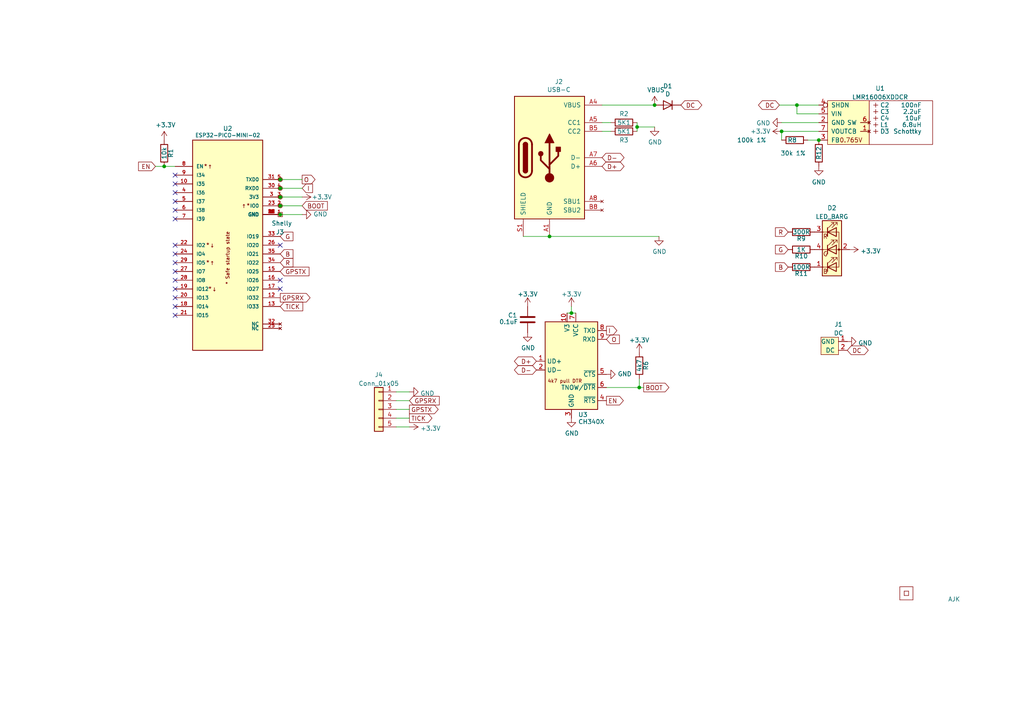
<source format=kicad_sch>
(kicad_sch (version 20230121) (generator eeschema)
  (paper "A4")
  (title_block (title "Generic") (rev "1") (company "Adrian Kennard Andrews & Arnold Ltd") (comment 1 "@TheRealRevK") (comment 2 "www.me.uk"))
  (lib_symbols
    (symbol "+3.3V_1" (power) (pin_names (offset 0))
      (property "Value" "+3.3V_1" (at 0 3.556 0))
      (symbol "+3.3V_1_0_1"
        (polyline (pts (xy -0.762 1.27) (xy 0 2.54)))
        (polyline (pts (xy 0 0) (xy 0 2.54)))
        (polyline (pts (xy 0 2.54) (xy 0.762 1.27)))
      )
      (symbol "+3.3V_1_1_1"
        (pin power_in line (at 0 0 90) (length 0) hide (name "+3.3V") (number "1"))
      )
    )
    (symbol "+3.3V_2" (power) (pin_names (offset 0))
      (property "Value" "+3.3V_2" (at 0 3.556 0))
      (symbol "+3.3V_2_0_1"
        (polyline (pts (xy -0.762 1.27) (xy 0 2.54)))
        (polyline (pts (xy 0 0) (xy 0 2.54)))
        (polyline (pts (xy 0 2.54) (xy 0.762 1.27)))
      )
      (symbol "+3.3V_2_1_1"
        (pin power_in line (at 0 0 90) (length 0) hide (name "+3.3V") (number "1"))
      )
    )
    (symbol "+3.3V_3" (power) (pin_names (offset 0))
      (property "Value" "+3.3V_3" (at 0 3.556 0))
      (symbol "+3.3V_3_0_1"
        (polyline (pts (xy -0.762 1.27) (xy 0 2.54)))
        (polyline (pts (xy 0 0) (xy 0 2.54)))
        (polyline (pts (xy 0 2.54) (xy 0.762 1.27)))
      )
      (symbol "+3.3V_3_1_1"
        (pin power_in line (at 0 0 90) (length 0) hide (name "+3.3V") (number "1"))
      )
    )
    (symbol "+3.3V_4" (power) (pin_names (offset 0))
      (property "Value" "+3.3V_4" (at 0 3.556 0))
      (symbol "+3.3V_4_0_1"
        (polyline (pts (xy -0.762 1.27) (xy 0 2.54)))
        (polyline (pts (xy 0 0) (xy 0 2.54)))
        (polyline (pts (xy 0 2.54) (xy 0.762 1.27)))
      )
      (symbol "+3.3V_4_1_1"
        (pin power_in line (at 0 0 90) (length 0) hide (name "+3.3V") (number "1"))
      )
    )
    (symbol "Connector_Generic:Conn_01x05" (pin_names (offset 1.016) hide)
      (property "Reference" "J" (at 0 7.62 0))
      (property "Value" "Conn_01x05" (at 0 -7.62 0))
      (symbol "Conn_01x05_1_1"
        (rectangle (start -1.27 -4.953) (end 0 -5.207) (stroke (width 0.1524)))
        (rectangle (start -1.27 -2.413) (end 0 -2.667) (stroke (width 0.1524)))
        (rectangle (start -1.27 0.127) (end 0 -0.127) (stroke (width 0.1524)))
        (rectangle (start -1.27 2.667) (end 0 2.413) (stroke (width 0.1524)))
        (rectangle (start -1.27 5.207) (end 0 4.953) (stroke (width 0.1524)))
        (rectangle (start -1.27 6.35) (end 1.27 -6.35) (stroke (width 0.254)) (fill (type background)))
        (pin passive line (at -5.08 5.08 0) (length 3.81) (name "Pin_1") (number "1"))
        (pin passive line (at -5.08 2.54 0) (length 3.81) (name "Pin_2") (number "2"))
        (pin passive line (at -5.08 0 0) (length 3.81) (name "Pin_3") (number "3"))
        (pin passive line (at -5.08 -2.54 0) (length 3.81) (name "Pin_4") (number "4"))
        (pin passive line (at -5.08 -5.08 0) (length 3.81) (name "Pin_5") (number "5"))
      )
    )
    (symbol "Device:C" (pin_numbers hide) (pin_names (offset 0.254))
      (property "Reference" "C" (at 0.635 2.54 0))
      (property "Value" "C" (at 0.635 -2.54 0))
      (symbol "C_0_1"
        (polyline (pts (xy -2.032 -0.762) (xy 2.032 -0.762)) (stroke (width 0.508)))
        (polyline (pts (xy -2.032 0.762) (xy 2.032 0.762)) (stroke (width 0.508)))
      )
      (symbol "C_1_1"
        (pin passive line (at 0 3.81 270) (length 2.794) (name "~") (number "1"))
        (pin passive line (at 0 -3.81 90) (length 2.794) (name "~") (number "2"))
      )
    )
    (symbol "Device:D" (pin_numbers hide) (pin_names (offset 1.016) hide)
      (property "Reference" "D" (at 0 2.54 0))
      (property "Value" "D" (at 0 -2.54 0))
      (symbol "D_0_1"
        (polyline (pts (xy -1.27 1.27) (xy -1.27 -1.27)) (stroke (width 0.254)))
        (polyline (pts (xy 1.27 0) (xy -1.27 0)))
        (polyline (pts (xy 1.27 1.27) (xy 1.27 -1.27) (xy -1.27 0) (xy 1.27 1.27)) (stroke (width 0.254)))
      )
      (symbol "D_1_1"
        (pin passive line (at -3.81 0 0) (length 2.54) (name "K") (number "1"))
        (pin passive line (at 3.81 0 180) (length 2.54) (name "A") (number "2"))
      )
    )
    (symbol "Device:LED_BARG" (pin_names (offset 0) hide)
      (property "Reference" "D" (at 0 9.398 0))
      (property "Value" "LED_BARG" (at 0 -8.89 0))
      (symbol "LED_BARG_0_0"
        (text "B" (at -1.905 -6.35 0) (effects (font (size 1.27 1.27))))
        (text "G" (at -1.905 -1.27 0) (effects (font (size 1.27 1.27))))
        (text "R" (at -1.905 3.81 0) (effects (font (size 1.27 1.27))))
      )
      (symbol "LED_BARG_0_1"
        (polyline (pts (xy -1.27 -5.08) (xy -2.54 -5.08)))
        (polyline (pts (xy -1.27 -5.08) (xy 1.27 -5.08)))
        (polyline (pts (xy -1.27 -3.81) (xy -1.27 -6.35)) (stroke (width 0.254)))
        (polyline (pts (xy -1.27 0) (xy -2.54 0)))
        (polyline (pts (xy -1.27 1.27) (xy -1.27 -1.27)) (stroke (width 0.254)))
        (polyline (pts (xy -1.27 5.08) (xy -2.54 5.08)))
        (polyline (pts (xy -1.27 5.08) (xy 1.27 5.08)))
        (polyline (pts (xy -1.27 6.35) (xy -1.27 3.81)) (stroke (width 0.254)))
        (polyline (pts (xy 1.27 0) (xy -1.27 0)))
        (polyline (pts (xy 1.27 0) (xy 2.54 0)))
        (polyline (pts (xy -1.27 1.27) (xy -1.27 -1.27) (xy -1.27 -1.27)))
        (polyline (pts (xy -1.27 6.35) (xy -1.27 3.81) (xy -1.27 3.81)))
        (polyline (pts (xy 1.27 -5.08) (xy 2.032 -5.08) (xy 2.032 5.08) (xy 1.27 5.08)))
        (polyline (pts (xy 1.27 -3.81) (xy 1.27 -6.35) (xy -1.27 -5.08) (xy 1.27 -3.81)) (stroke (width 0.254)))
        (polyline (pts (xy 1.27 1.27) (xy 1.27 -1.27) (xy -1.27 0) (xy 1.27 1.27)) (stroke (width 0.254)))
        (polyline (pts (xy 1.27 6.35) (xy 1.27 3.81) (xy -1.27 5.08) (xy 1.27 6.35)) (stroke (width 0.254)))
        (polyline (pts (xy -1.016 -3.81) (xy 0.508 -2.286) (xy -0.254 -2.286) (xy 0.508 -2.286) (xy 0.508 -3.048)))
        (polyline (pts (xy -1.016 1.27) (xy 0.508 2.794) (xy -0.254 2.794) (xy 0.508 2.794) (xy 0.508 2.032)))
        (polyline (pts (xy -1.016 6.35) (xy 0.508 7.874) (xy -0.254 7.874) (xy 0.508 7.874) (xy 0.508 7.112)))
        (polyline (pts (xy 0 -3.81) (xy 1.524 -2.286) (xy 0.762 -2.286) (xy 1.524 -2.286) (xy 1.524 -3.048)))
        (polyline (pts (xy 0 1.27) (xy 1.524 2.794) (xy 0.762 2.794) (xy 1.524 2.794) (xy 1.524 2.032)))
        (polyline (pts (xy 0 6.35) (xy 1.524 7.874) (xy 0.762 7.874) (xy 1.524 7.874) (xy 1.524 7.112)))
        (rectangle (start 1.27 -1.27) (end 1.27 1.27))
        (rectangle (start 1.27 1.27) (end 1.27 1.27))
        (rectangle (start 1.27 3.81) (end 1.27 6.35))
        (rectangle (start 1.27 6.35) (end 1.27 6.35))
        (circle (center 2.032 0) (radius 0.254) (fill (type outline)))
        (rectangle (start 2.794 8.382) (end -2.794 -7.62) (stroke (width 0.254)) (fill (type background)))
      )
      (symbol "LED_BARG_1_1"
        (pin passive line (at -5.08 -5.08 0) (length 2.54) (name "BK") (number "1"))
        (pin passive line (at 5.08 0 180) (length 2.54) (name "A") (number "2"))
        (pin passive line (at -5.08 5.08 0) (length 2.54) (name "RK") (number "3"))
        (pin passive line (at -5.08 0 0) (length 2.54) (name "GK") (number "4"))
      )
    )
    (symbol "Device:R" (pin_numbers hide) (pin_names (offset 0))
      (property "Reference" "R" (at 2.032 0 90))
      (property "Value" "R" (at 0 0 90))
      (symbol "R_0_1"
        (rectangle (start -1.016 -2.54) (end 1.016 2.54) (stroke (width 0.254)))
      )
      (symbol "R_1_1"
        (pin passive line (at 0 3.81 270) (length 1.27) (name "~") (number "1"))
        (pin passive line (at 0 -3.81 90) (length 1.27) (name "~") (number "2"))
      )
    )
    (symbol "GND_11" (power) (pin_names (offset 0))
      (property "Value" "GND_11" (at 0 -3.81 0))
      (symbol "GND_11_0_1"
        (polyline (pts (xy 0 0) (xy 0 -1.27) (xy 1.27 -1.27) (xy 0 -2.54) (xy -1.27 -1.27) (xy 0 -1.27)))
      )
      (symbol "GND_11_1_1"
        (pin power_in line (at 0 0 270) (length 0) hide (name "GND") (number "1"))
      )
    )
    (symbol "GND_13" (power) (pin_names (offset 0))
      (property "Value" "GND_13" (at 0 -3.81 0))
      (symbol "GND_13_0_1"
        (polyline (pts (xy 0 0) (xy 0 -1.27) (xy 1.27 -1.27) (xy 0 -2.54) (xy -1.27 -1.27) (xy 0 -1.27)))
      )
      (symbol "GND_13_1_1"
        (pin power_in line (at 0 0 270) (length 0) hide (name "GND") (number "1"))
      )
    )
    (symbol "GND_4" (power) (pin_names (offset 0))
      (property "Value" "GND_4" (at 0 -3.81 0))
      (symbol "GND_4_0_1"
        (polyline (pts (xy 0 0) (xy 0 -1.27) (xy 1.27 -1.27) (xy 0 -2.54) (xy -1.27 -1.27) (xy 0 -1.27)))
      )
      (symbol "GND_4_1_1"
        (pin power_in line (at 0 0 270) (length 0) hide (name "GND") (number "1"))
      )
    )
    (symbol "GND_5" (power) (pin_names (offset 0))
      (property "Value" "GND_5" (at 0 -3.81 0))
      (symbol "GND_5_0_1"
        (polyline (pts (xy 0 0) (xy 0 -1.27) (xy 1.27 -1.27) (xy 0 -2.54) (xy -1.27 -1.27) (xy 0 -1.27)))
      )
      (symbol "GND_5_1_1"
        (pin power_in line (at 0 0 270) (length 0) hide (name "GND") (number "1"))
      )
    )
    (symbol "GND_6" (power) (pin_names (offset 0))
      (property "Value" "GND_6" (at 0 -3.81 0))
      (symbol "GND_6_0_1"
        (polyline (pts (xy 0 0) (xy 0 -1.27) (xy 1.27 -1.27) (xy 0 -2.54) (xy -1.27 -1.27) (xy 0 -1.27)))
      )
      (symbol "GND_6_1_1"
        (pin power_in line (at 0 0 270) (length 0) hide (name "GND") (number "1"))
      )
    )
    (symbol "GND_7" (power) (pin_names (offset 0))
      (property "Value" "GND_7" (at 0 -3.81 0))
      (symbol "GND_7_0_1"
        (polyline (pts (xy 0 0) (xy 0 -1.27) (xy 1.27 -1.27) (xy 0 -2.54) (xy -1.27 -1.27) (xy 0 -1.27)))
      )
      (symbol "GND_7_1_1"
        (pin power_in line (at 0 0 270) (length 0) hide (name "GND") (number "1"))
      )
    )
    (symbol "GND_8" (power) (pin_names (offset 0))
      (property "Value" "GND_8" (at 0 -3.81 0))
      (symbol "GND_8_0_1"
        (polyline (pts (xy 0 0) (xy 0 -1.27) (xy 1.27 -1.27) (xy 0 -2.54) (xy -1.27 -1.27) (xy 0 -1.27)))
      )
      (symbol "GND_8_1_1"
        (pin power_in line (at 0 0 270) (length 0) hide (name "GND") (number "1"))
      )
    )
    (symbol "GND_9" (power) (pin_names (offset 0))
      (property "Value" "GND_9" (at 0 -3.81 0))
      (symbol "GND_9_0_1"
        (polyline (pts (xy 0 0) (xy 0 -1.27) (xy 1.27 -1.27) (xy 0 -2.54) (xy -1.27 -1.27) (xy 0 -1.27)))
      )
      (symbol "GND_9_1_1"
        (pin power_in line (at 0 0 270) (length 0) hide (name "GND") (number "1"))
      )
    )
    (symbol "RevK:AJK" (pin_names (offset 1.016)) (in_bom no)
      (property "Value" "AJK" (at 0 0 0))
    )
    (symbol "RevK:CH340X"
      (property "Reference" "U" (at -5.08 13.97 0))
      (property "Value" "CH340X" (at -3.81 4.445 0))
      (symbol "CH340X_0_1"
        (rectangle (start -7.62 12.7) (end 7.62 -12.7) (stroke (width 0.254)) (fill (type background)))
      )
      (symbol "CH340X_1_1"
        (text "4k7 pull DTR" (at -1.905 -4.445 0) (effects (font (size 1 1))))
        (pin bidirectional line (at -10.16 1.27 0) (length 2.54) (name "UD+") (number "1"))
        (pin passive line (at -1.27 15.24 270) (length 2.54) (name "V3") (number "10"))
        (pin bidirectional line (at -10.16 -1.27 0) (length 2.54) (name "UD-") (number "2"))
        (pin power_in line (at 0 -15.24 90) (length 2.54) (name "GND") (number "3"))
        (pin output line (at 10.16 -10.16 180) (length 2.54) (name "~{RTS}") (number "4"))
        (pin input line (at 10.16 -2.54 180) (length 2.54) (name "~{CTS}") (number "5"))
        (pin output line (at 10.16 -6.35 180) (length 2.54) (name "TNOW/~{DTR}") (number "6"))
        (pin power_in line (at 1.27 15.24 270) (length 2.54) (name "VCC") (number "7"))
        (pin output line (at 10.16 10.16 180) (length 2.54) (name "TXD") (number "8"))
        (pin input line (at 10.16 7.62 180) (length 2.54) (name "RXD") (number "9"))
      )
    )
    (symbol "RevK:DC" (pin_names (offset 1.016))
      (property "Reference" "J" (at 0 2.54 0))
      (property "Value" "DC" (at 2.54 -1.27 0))
      (symbol "DC_0_1"
        (rectangle (start 0 1.27) (end 5.08 -3.81) (fill (type background)))
      )
      (symbol "DC_1_1"
        (pin power_out line (at -2.54 0 0) (length 2.54) (name "GND") (number "1"))
        (pin power_out line (at -2.54 -2.54 0) (length 2.54) (name "DC") (number "2"))
      )
    )
    (symbol "RevK:ESP32-PICO-MINI-02" (pin_names (offset 1.016))
      (property "Reference" "U" (at -10.16 -33.02 0))
      (property "Value" "ESP32-PICO-MINI-02" (at 0 27.94 0))
      (property "LCSC Part #" "C2980306" (at 0 0 0))
      (symbol "ESP32-PICO-MINI-02_0_0"
        (rectangle (start -10.16 -30.48) (end 10.16 30.48) (stroke (width 0.254)) (fill (type background)))
        (text "* Safe startup state" (at 0 -11.43 900) (effects (font (size 1 1)) (justify left)))
        (text "*↑" (at -6.985 22.86 0) (effects (font (size 1.27 1.27)) (justify left)))
        (text "*↑" (at -6.35 -5.08 0) (effects (font (size 1.27 1.27)) (justify left)))
        (text "*↓" (at -6.35 0 0) (effects (font (size 1.27 1.27)) (justify left)))
        (text "*↓" (at -5.715 -12.7 0) (effects (font (size 1.27 1.27)) (justify left)))
        (text "↑*" (at 3.81 11.43 0) (effects (font (size 1.27 1.27)) (justify left)))
        (pin power_in line (at 15.24 8.89 180) (length 5.08) (name "GND") (number "1"))
        (pin input line (at -15.24 17.78 0) (length 5.08) (name "I35") (number "10"))
        (pin power_in line (at 15.24 8.89 180) (length 5.08) (name "GND") (number "11"))
        (pin bidirectional line (at 15.24 -15.24 180) (length 5.08) (name "IO32") (number "12"))
        (pin bidirectional line (at 15.24 -17.78 180) (length 5.08) (name "IO33") (number "13"))
        (pin power_in line (at 15.24 8.89 180) (length 5.08) (name "GND") (number "14"))
        (pin bidirectional line (at 15.24 -7.62 180) (length 5.08) (name "IO25") (number "15"))
        (pin bidirectional line (at 15.24 -10.16 180) (length 5.08) (name "IO26") (number "16"))
        (pin bidirectional line (at 15.24 -12.7 180) (length 5.08) (name "IO27") (number "17"))
        (pin bidirectional line (at -15.24 -17.78 0) (length 5.08) (name "IO14") (number "18"))
        (pin bidirectional line (at -15.24 -12.7 0) (length 5.08) (name "IO12") (number "19"))
        (pin power_in line (at 15.24 8.89 180) (length 5.08) (name "GND") (number "2"))
        (pin bidirectional line (at -15.24 -15.24 0) (length 5.08) (name "IO13") (number "20"))
        (pin bidirectional line (at -15.24 -20.32 0) (length 5.08) (name "IO15") (number "21"))
        (pin bidirectional line (at -15.24 0 0) (length 5.08) (name "IO2") (number "22"))
        (pin bidirectional line (at 15.24 11.43 180) (length 5.08) (name "IO0") (number "23"))
        (pin bidirectional line (at -15.24 -2.54 0) (length 5.08) (name "IO4") (number "24"))
        (pin no_connect line (at 15.24 -24.13 180) (length 5.08) (name "NC") (number "25"))
        (pin bidirectional line (at 15.24 0 180) (length 5.08) (name "IO20") (number "26"))
        (pin bidirectional line (at -15.24 -7.62 0) (length 5.08) (name "IO7") (number "27"))
        (pin bidirectional line (at -15.24 -10.16 0) (length 5.08) (name "IO8") (number "28"))
        (pin bidirectional line (at -15.24 -5.08 0) (length 5.08) (name "IO5") (number "29"))
        (pin power_in line (at 15.24 13.97 180) (length 5.08) (name "3V3") (number "3"))
        (pin bidirectional line (at 15.24 16.51 180) (length 5.08) (name "RXD0") (number "30"))
        (pin bidirectional line (at 15.24 19.05 180) (length 5.08) (name "TXD0") (number "31"))
        (pin no_connect line (at 15.24 -22.86 180) (length 5.08) (name "NC") (number "32"))
        (pin bidirectional line (at 15.24 2.54 180) (length 5.08) (name "IO19") (number "33"))
        (pin bidirectional line (at 15.24 -5.08 180) (length 5.08) (name "IO22") (number "34"))
        (pin bidirectional line (at 15.24 -2.54 180) (length 5.08) (name "IO21") (number "35"))
        (pin power_in line (at 15.24 8.89 180) (length 5.08) (name "GND") (number "36"))
        (pin power_in line (at 15.24 8.89 180) (length 5.08) (name "GND") (number "37"))
        (pin power_in line (at 15.24 8.89 180) (length 5.08) (name "GND") (number "38"))
        (pin power_in line (at 15.24 8.89 180) (length 5.08) (name "GND") (number "39"))
        (pin input line (at -15.24 15.24 0) (length 5.08) (name "I36") (number "4"))
        (pin power_in line (at 15.24 8.89 180) (length 5.08) (name "GND") (number "40"))
        (pin power_in line (at 15.24 8.89 180) (length 5.08) (name "GND") (number "41"))
        (pin power_in line (at 15.24 8.89 180) (length 5.08) (name "GND") (number "42"))
        (pin power_in line (at 15.24 8.89 180) (length 5.08) (name "GND") (number "43"))
        (pin power_in line (at 15.24 8.89 180) (length 5.08) (name "GND") (number "44"))
        (pin power_in line (at 15.24 8.89 180) (length 5.08) (name "GND") (number "45"))
        (pin power_in line (at 15.24 8.89 180) (length 5.08) (name "GND") (number "46"))
        (pin power_in line (at 15.24 8.89 180) (length 5.08) (name "GND") (number "47"))
        (pin power_in line (at 15.24 8.89 180) (length 5.08) (name "GND") (number "48"))
        (pin power_in line (at 15.24 8.89 180) (length 5.08) (name "GND") (number "49"))
        (pin input line (at -15.24 12.7 0) (length 5.08) (name "I37") (number "5"))
        (pin power_in line (at 15.24 8.89 180) (length 5.08) (name "GND") (number "50"))
        (pin power_in line (at 15.24 8.89 180) (length 5.08) (name "GND") (number "51"))
        (pin power_in line (at 15.24 8.89 180) (length 5.08) (name "GND") (number "52"))
        (pin power_in line (at 15.24 8.89 180) (length 5.08) (name "GND") (number "53"))
        (pin input line (at -15.24 10.16 0) (length 5.08) (name "I38") (number "6"))
        (pin input line (at -15.24 7.62 0) (length 5.08) (name "I39") (number "7"))
        (pin input line (at -15.24 22.86 0) (length 5.08) (name "EN") (number "8"))
        (pin input line (at -15.24 20.32 0) (length 5.08) (name "I34") (number "9"))
      )
    )
    (symbol "RevK:Hidden" (pin_names (offset 1.016))
      (property "Reference" "Z" (at 0.635 0 0))
      (property "Value" "Hidden" (at 4.445 0 0))
      (symbol "Hidden_0_1"
        (polyline (pts (xy -0.635 0) (xy 0.635 0)) (stroke (width 0.1524)))
        (polyline (pts (xy 0 0.635) (xy 0 -0.635)) (stroke (width 0.1524)))
      )
      (symbol "Hidden_1_1"
        (pin no_connect non_logic (at 0 -2.54 90) (length 2.54) hide (name "~") (number "~"))
      )
    )
    (symbol "RevK:LMR16006XDDCR" (pin_names (offset 1.016))
      (property "Reference" "U" (at 11.43 2.54 0))
      (property "Value" "LMR16006XDDCR" (at 7.62 -12.7 0))
      (symbol "LMR16006XDDCR_0_0"
        (rectangle (start 2.54 1.27) (end 14.605 -11.43) (fill (type background)))
        (text "0.765V" (at 12.7 -10.16 0) (effects (font (size 1.27 1.27)) (justify right)))
      )
      (symbol "LMR16006XDDCR_0_1"
        (rectangle (start 14.605 1.27) (end 33.02 -11.43))
      )
      (symbol "LMR16006XDDCR_1_1"
        (pin no_connect line (at 14.605 -7.62 180) (length 2.54) (name "CB") (number "1"))
        (pin power_in line (at 0 -5.08 0) (length 2.54) (name "GND") (number "2"))
        (pin passive line (at 0 -10.16 0) (length 2.54) (name "FB") (number "3"))
        (pin input inverted (at 0 0 0) (length 2.54) (name "SHDN") (number "4"))
        (pin power_in line (at 0 -2.54 0) (length 2.54) (name "VIN") (number "5"))
        (pin no_connect line (at 14.605 -5.08 180) (length 2.54) (name "SW") (number "6"))
        (pin power_out line (at 0 -7.62 0) (length 2.54) (name "VOUT") (number "7"))
      )
    )
    (symbol "RevK:QR" (pin_names (offset 1.016)) (in_bom no)
      (symbol "QR_0_1"
        (rectangle (start -1.905 -1.905) (end -1.905 1.905))
        (rectangle (start -1.905 1.905) (end 1.905 1.905))
        (rectangle (start -0.635 -0.635) (end -0.635 0.635))
        (rectangle (start -0.635 0.635) (end 0.635 0.635))
        (rectangle (start 0.635 -0.635) (end -0.635 -0.635))
        (rectangle (start 0.635 0.635) (end 0.635 -0.635))
        (rectangle (start 1.905 -1.905) (end -1.905 -1.905))
        (rectangle (start 1.905 1.905) (end 1.905 -1.905))
      )
    )
    (symbol "RevK:Shelly" (in_bom no)
      (property "Reference" "J" (at 2.54 -8.255 0))
      (property "Value" "Shelly" (at 2.54 9.525 0))
      (symbol "Shelly_0_1"
        (circle (center 0 -2.54) (radius 0.635) (stroke (width 0.1524)))
        (circle (center 0 0) (radius 0.635) (stroke (width 0.1524)))
        (circle (center 0 2.54) (radius 0.635) (stroke (width 0.1524)))
        (circle (center 0 5.08) (radius 0.635) (stroke (width 0.1524)))
        (rectangle (start 0.635 -5.715) (end -0.635 -4.445) (stroke (width 0.1524)))
      )
      (symbol "Shelly_1_1"
        (pin passive line (at 0 -5.08 0) (length 0.64) (name "GND") (number "1"))
        (pin passive line (at 0 -2.54 0) (length 0.64) (name "0") (number "2"))
        (pin passive line (at 0 0 0) (length 0.64) (name "3V3") (number "3"))
        (pin passive line (at 0 2.54 0) (length 0.64) (name "Rx") (number "4"))
        (pin passive line (at 0 5.08 0) (length 0.64) (name "Tx") (number "5"))
      )
    )
    (symbol "RevK:USB-C" (pin_names (offset 1.016))
      (property "Reference" "J" (at -10.16 19.05 0))
      (property "Value" "USB-C" (at -7.62 15.24 0))
      (symbol "USB-C_0_1"
        (rectangle (start -10.16 17.78) (end 10.16 -17.78) (stroke (width 0.254)) (fill (type background)))
        (arc (start -8.89 -3.81) (mid -6.985 -5.7067) (end -5.08 -3.81) (stroke (width 0.508)))
        (arc (start -7.62 -3.81) (mid -6.985 -4.4423) (end -6.35 -3.81) (stroke (width 0.254)))
        (arc (start -7.62 -3.81) (mid -6.985 -4.4423) (end -6.35 -3.81) (stroke (width 0.254)) (fill (type outline)))
        (rectangle (start -7.62 -3.81) (end -6.35 3.81) (stroke (width 0.254)) (fill (type outline)))
        (arc (start -6.35 3.81) (mid -6.985 4.4423) (end -7.62 3.81) (stroke (width 0.254)))
        (arc (start -6.35 3.81) (mid -6.985 4.4423) (end -7.62 3.81) (stroke (width 0.254)) (fill (type outline)))
        (arc (start -5.08 3.81) (mid -6.985 5.7067) (end -8.89 3.81) (stroke (width 0.508)))
        (circle (center -2.54 1.143) (radius 0.635) (stroke (width 0.254)) (fill (type outline)))
        (circle (center 0 -5.842) (radius 1.27) (fill (type outline)))
        (polyline (pts (xy -8.89 -3.81) (xy -8.89 3.81)) (stroke (width 0.508)))
        (polyline (pts (xy -5.08 3.81) (xy -5.08 -3.81)) (stroke (width 0.508)))
        (polyline (pts (xy 0 -5.842) (xy 0 4.318)) (stroke (width 0.508)))
        (polyline (pts (xy 0 -3.302) (xy -2.54 -0.762) (xy -2.54 0.508)) (stroke (width 0.508)))
        (polyline (pts (xy 0 -2.032) (xy 2.54 0.508) (xy 2.54 1.778)) (stroke (width 0.508)))
        (polyline (pts (xy -1.27 4.318) (xy 0 6.858) (xy 1.27 4.318) (xy -1.27 4.318)) (stroke (width 0.254)) (fill (type outline)))
        (rectangle (start 1.905 1.778) (end 3.175 3.048) (stroke (width 0.254)) (fill (type outline)))
      )
      (symbol "USB-C_1_1"
        (pin power_out line (at 0 -22.86 90) (length 5.08) (name "GND") (number "A1"))
        (pin passive line (at 0 -22.86 90) (length 5.08) hide (name "GND") (number "A12"))
        (pin power_out line (at 15.24 15.24 180) (length 5.08) (name "VBUS") (number "A4"))
        (pin bidirectional line (at 15.24 10.16 180) (length 5.08) (name "CC1") (number "A5"))
        (pin bidirectional line (at 15.24 -2.54 180) (length 5.08) (name "D+") (number "A6"))
        (pin bidirectional line (at 15.24 0 180) (length 5.08) (name "D-") (number "A7"))
        (pin no_connect line (at 15.24 -12.7 180) (length 5.08) (name "SBU1") (number "A8"))
        (pin passive line (at 15.24 15.24 180) (length 5.08) hide (name "VBUS") (number "A9"))
        (pin passive line (at 0 -22.86 90) (length 5.08) hide (name "GND") (number "B1"))
        (pin passive line (at 0 -22.86 90) (length 5.08) hide (name "GND") (number "B12"))
        (pin passive line (at 15.24 15.24 180) (length 5.08) hide (name "VBUS") (number "B4"))
        (pin bidirectional line (at 15.24 7.62 180) (length 5.08) (name "CC2") (number "B5"))
        (pin bidirectional line (at 15.24 -2.54 180) (length 5.08) hide (name "D+") (number "B6"))
        (pin bidirectional line (at 15.24 0 180) (length 5.08) hide (name "D-") (number "B7"))
        (pin no_connect line (at 15.24 -15.24 180) (length 5.08) (name "SBU2") (number "B8"))
        (pin passive line (at 15.24 15.24 180) (length 5.08) hide (name "VBUS") (number "B9"))
        (pin passive line (at -7.62 -22.86 90) (length 5.08) (name "SHIELD") (number "S1"))
      )
    )
    (symbol "power:+3.3V" (power) (pin_names (offset 0))
      (property "Value" "+3.3V" (at 0 3.556 0))
      (symbol "+3.3V_0_1"
        (polyline (pts (xy -0.762 1.27) (xy 0 2.54)))
        (polyline (pts (xy 0 0) (xy 0 2.54)))
        (polyline (pts (xy 0 2.54) (xy 0.762 1.27)))
      )
      (symbol "+3.3V_1_1"
        (pin power_in line (at 0 0 90) (length 0) hide (name "+3.3V") (number "1"))
      )
    )
    (symbol "power:GND" (power) (pin_names (offset 0))
      (property "Value" "GND" (at 0 -3.81 0))
      (symbol "GND_0_1"
        (polyline (pts (xy 0 0) (xy 0 -1.27) (xy 1.27 -1.27) (xy 0 -2.54) (xy -1.27 -1.27) (xy 0 -1.27)))
      )
      (symbol "GND_1_1"
        (pin power_in line (at 0 0 270) (length 0) hide (name "GND") (number "1"))
      )
    )
    (symbol "power:VBUS" (power) (pin_names (offset 0))
      (property "Value" "VBUS" (at 0 3.81 0))
      (symbol "VBUS_0_1"
        (polyline (pts (xy -0.762 1.27) (xy 0 2.54)))
        (polyline (pts (xy 0 0) (xy 0 2.54)))
        (polyline (pts (xy 0 2.54) (xy 0.762 1.27)))
      )
      (symbol "VBUS_1_1"
        (pin power_in line (at 0 0 90) (length 0) hide (name "VBUS") (number "1"))
      )
    )
  )
  (junction (at 184.785 36.83))
  (junction (at 81.28 57.15))
  (junction (at 226.695 38.1))
  (junction (at 185.42 112.395))
  (junction (at 237.49 40.64))
  (junction (at 81.28 59.69))
  (junction (at 47.625 48.26))
  (junction (at 81.28 54.61))
  (junction (at 81.28 62.23))
  (junction (at 81.28 52.07))
  (junction (at 189.865 30.48))
  (junction (at 159.385 68.58))
  (junction (at 231.14 30.48))
  (junction (at 165.735 90.805))
  (no_connect (at 81.28 71.12))
  (no_connect (at 50.8 50.8))
  (no_connect (at 50.8 83.82))
  (no_connect (at 50.8 88.9))
  (no_connect (at 50.8 53.34))
  (no_connect (at 50.8 55.88))
  (no_connect (at 50.8 58.42))
  (no_connect (at 50.8 60.96))
  (no_connect (at 50.8 63.5))
  (no_connect (at 50.8 71.12))
  (no_connect (at 50.8 76.2))
  (no_connect (at 50.8 73.66))
  (no_connect (at 81.28 81.28))
  (no_connect (at 81.28 83.82))
  (no_connect (at 50.8 91.44))
  (no_connect (at 50.8 86.36))
  (no_connect (at 50.8 81.28))
  (no_connect (at 50.8 78.74))
  (wire (pts (xy 45.085 48.26) (xy 47.625 48.26)))
  (wire (pts (xy 226.695 38.1) (xy 237.49 38.1)))
  (wire (pts (xy 81.28 62.23) (xy 87.63 62.23)))
  (wire (pts (xy 226.06 30.48) (xy 231.14 30.48)))
  (wire (pts (xy 226.695 38.1) (xy 226.695 40.64)))
  (wire (pts (xy 81.28 57.15) (xy 87.63 57.15)))
  (wire (pts (xy 81.28 59.69) (xy 87.63 59.69)))
  (wire (pts (xy 114.935 113.665) (xy 118.745 113.665)))
  (wire (pts (xy 165.735 90.805) (xy 167.005 90.805)))
  (wire (pts (xy 184.785 36.83) (xy 184.785 38.1)))
  (wire (pts (xy 189.865 36.83) (xy 184.785 36.83)))
  (wire (pts (xy 159.385 68.58) (xy 191.135 68.58)))
  (wire (pts (xy 234.315 40.64) (xy 237.49 40.64)))
  (wire (pts (xy 114.935 123.825) (xy 118.745 123.825)))
  (wire (pts (xy 114.935 116.205) (xy 118.745 116.205)))
  (wire (pts (xy 231.14 30.48) (xy 237.49 30.48)))
  (wire (pts (xy 174.625 30.48) (xy 189.865 30.48)))
  (wire (pts (xy 114.935 118.745) (xy 118.745 118.745)))
  (wire (pts (xy 174.625 35.56) (xy 177.165 35.56)))
  (wire (pts (xy 184.785 35.56) (xy 184.785 36.83)))
  (wire (pts (xy 175.895 112.395) (xy 185.42 112.395)))
  (wire (pts (xy 47.625 48.26) (xy 50.8 48.26)))
  (wire (pts (xy 164.465 90.805) (xy 165.735 90.805)))
  (wire (pts (xy 185.42 112.395) (xy 186.69 112.395)))
  (wire (pts (xy 114.935 121.285) (xy 118.745 121.285)))
  (wire (pts (xy 165.735 88.9) (xy 165.735 90.805)))
  (wire (pts (xy 185.42 109.855) (xy 185.42 112.395)))
  (wire (pts (xy 226.695 35.56) (xy 237.49 35.56)))
  (wire (pts (xy 81.28 54.61) (xy 87.63 54.61)))
  (wire (pts (xy 174.625 38.1) (xy 177.165 38.1)))
  (wire (pts (xy 151.765 68.58) (xy 159.385 68.58)))
  (wire (pts (xy 231.14 30.48) (xy 231.14 33.02)))
  (wire (pts (xy 231.14 33.02) (xy 237.49 33.02)))
  (wire (pts (xy 81.28 52.07) (xy 87.63 52.07)))
  (global_label "I" (shape input) (at 87.63 54.61 0) (property "Intersheetrefs" "${INTERSHEET_REFS}" (effects hide)))
  (global_label "O" (shape input) (at 175.895 98.425 0) (property "Intersheetrefs" "${INTERSHEET_REFS}" (effects hide)))
  (global_label "EN" (shape input) (at 45.085 48.26 180) (property "Intersheetrefs" "${INTERSHEET_REFS}" (effects hide)))
  (global_label "BOOT" (shape input) (at 87.63 59.69 0) (property "Intersheetrefs" "${INTERSHEET_REFS}" (effects hide)))
  (global_label "GPSRX" (shape input) (at 118.745 116.205 0) (property "Intersheetrefs" "${INTERSHEET_REFS}" (effects hide)))
  (global_label "R" (shape input) (at 81.28 76.2 0) (property "Intersheetrefs" "${INTERSHEET_REFS}" (effects hide)))
  (global_label "DC" (shape bidirectional) (at 226.06 30.48 180) (property "Intersheetrefs" "${INTERSHEET_REFS}" (effects hide)))
  (global_label "I" (shape output) (at 175.895 95.885 0) (property "Intersheetrefs" "${INTERSHEET_REFS}" (effects hide)))
  (global_label "GPSTX" (shape output) (at 118.745 118.745 0) (property "Intersheetrefs" "${INTERSHEET_REFS}" (effects hide)))
  (global_label "DC" (shape bidirectional) (at 197.485 30.48 0) (property "Intersheetrefs" "${INTERSHEET_REFS}" (effects hide)))
  (global_label "DC" (shape bidirectional) (at 245.745 101.6 0) (property "Intersheetrefs" "${INTERSHEET_REFS}" (effects hide)))
  (global_label "EN" (shape output) (at 175.895 116.205 0) (property "Intersheetrefs" "${INTERSHEET_REFS}" (effects hide)))
  (global_label "B" (shape input) (at 228.6 77.47 180) (property "Intersheetrefs" "${INTERSHEET_REFS}" (effects hide)))
  (global_label "R" (shape input) (at 228.6 67.31 180) (property "Intersheetrefs" "${INTERSHEET_REFS}" (effects hide)))
  (global_label "BOOT" (shape output) (at 186.69 112.395 0) (property "Intersheetrefs" "${INTERSHEET_REFS}" (effects hide)))
  (global_label "TICK" (shape input) (at 81.28 88.9 0) (property "Intersheetrefs" "${INTERSHEET_REFS}" (effects hide)))
  (global_label "O" (shape output) (at 87.63 52.07 0) (property "Intersheetrefs" "${INTERSHEET_REFS}" (effects hide)))
  (global_label "D-" (shape bidirectional) (at 174.625 45.72 0) (property "Intersheetrefs" "${INTERSHEET_REFS}" (effects hide)))
  (global_label "D-" (shape bidirectional) (at 155.575 107.315 180) (property "Intersheetrefs" "${INTERSHEET_REFS}" (effects hide)))
  (global_label "GPSTX" (shape input) (at 81.28 78.74 0) (property "Intersheetrefs" "${INTERSHEET_REFS}" (effects hide)))
  (global_label "G" (shape input) (at 81.28 68.58 0) (property "Intersheetrefs" "${INTERSHEET_REFS}" (effects hide)))
  (global_label "TICK" (shape output) (at 118.745 121.285 0) (property "Intersheetrefs" "${INTERSHEET_REFS}" (effects hide)))
  (global_label "B" (shape input) (at 81.28 73.66 0) (property "Intersheetrefs" "${INTERSHEET_REFS}" (effects hide)))
  (global_label "D+" (shape bidirectional) (at 155.575 104.775 180) (property "Intersheetrefs" "${INTERSHEET_REFS}" (effects hide)))
  (global_label "G" (shape input) (at 228.6 72.39 180) (property "Intersheetrefs" "${INTERSHEET_REFS}" (effects hide)))
  (global_label "GPSRX" (shape output) (at 81.28 86.36 0) (property "Intersheetrefs" "${INTERSHEET_REFS}" (effects hide)))
  (global_label "D+" (shape bidirectional) (at 174.625 48.26 0) (property "Intersheetrefs" "${INTERSHEET_REFS}" (effects hide)))
  (symbol (lib_name "GND_6") (lib_id "power:GND") (at 165.735 121.285 0) (unit 1)
    (property "Reference" "#PWR011" (effects hide))
    (property "Value" "GND" (at 165.862 125.6792 0))
  )
  (symbol (lib_name "GND_4") (lib_id "power:GND") (at 175.895 108.585 90) (unit 1)
    (property "Reference" "#PWR012" (effects hide))
    (property "Value" "GND" (at 179.1462 108.458 90) (effects (justify right)))
  )
  (symbol (lib_id "Device:C") (at 153.035 92.71 0) (unit 1)
    (property "Reference" "C1" (at 147.32 91.44 0) (effects (justify left)))
    (property "Value" "0.1uF" (at 144.78 93.345 0) (effects (justify left)))
    (property "Footprint" "RevK:C_0603" (effects hide))
  )
  (symbol (lib_id "RevK:USB-C") (at 159.385 45.72 0) (unit 1)
    (property "Reference" "J2" (at 162.1028 23.6982 0))
    (property "Value" "USB-C" (at 162.1028 26.0096 0))
    (property "Footprint" "RevK:USC16-TR" (effects hide))
    (property "Datasheet" "https://www.usb.org/sites/default/files/documents/usb_type-c.zip" (effects hide))
    (property "LCSC Part #" "C709357" (effects hide))
    (property "JLCPCB Rotation Offset" "180" (effects hide))
  )
  (symbol (lib_id "Device:R") (at 180.975 35.56 90) (unit 1)
    (property "Reference" "R2" (at 180.975 33.02 90))
    (property "Value" "5K1" (at 180.975 35.56 90))
    (property "Footprint" "RevK:R_0603" (effects hide))
  )
  (symbol (lib_id "power:VBUS") (at 189.865 30.48 0) (unit 1)
    (property "Reference" "#PWR016" (effects hide))
    (property "Value" "VBUS" (at 190.246 26.0858 0))
  )
  (symbol (lib_name "+3.3V_4") (lib_id "power:+3.3V") (at 87.63 57.15 270) (unit 1)
    (property "Reference" "#PWR05" (effects hide))
    (property "Value" "+3.3V" (at 93.345 57.15 90))
  )
  (symbol (lib_name "GND_13") (lib_id "power:GND") (at 189.865 36.83 0) (unit 1)
    (property "Reference" "#PWR017" (effects hide))
    (property "Value" "GND" (at 189.992 41.2242 0))
  )
  (symbol (lib_name "GND_9") (lib_id "power:GND") (at 191.135 68.58 0) (unit 1)
    (property "Reference" "#PWR018" (effects hide))
    (property "Value" "GND" (at 191.262 72.9742 0))
  )
  (symbol (lib_id "Device:R") (at 180.975 38.1 270) (unit 1)
    (property "Reference" "R3" (at 180.975 40.64 90))
    (property "Value" "5K1" (at 180.975 38.1 90))
    (property "Footprint" "RevK:R_0603" (effects hide))
  )
  (symbol (lib_id "Device:D") (at 193.675 30.48 180) (unit 1)
    (property "Reference" "D1" (at 193.675 24.9682 0))
    (property "Value" "D" (at 193.675 27.2796 0))
    (property "Footprint" "RevK:D_1206" (effects hide))
    (property "LCSC Part #" "C143805" (effects hide))
    (property "JLCPCB Rotation Offset" "180" (effects hide))
  )
  (symbol (lib_name "GND_5") (lib_id "power:GND") (at 153.035 96.52 0) (unit 1)
    (property "Reference" "#PWR09" (effects hide))
    (property "Value" "GND" (at 153.162 100.9142 0))
  )
  (symbol (lib_name "GND_8") (lib_id "power:GND") (at 87.63 62.23 90) (unit 1)
    (property "Reference" "#PWR06" (effects hide))
    (property "Value" "GND" (at 90.8812 62.103 90) (effects (justify right)))
  )
  (symbol (lib_id "RevK:LMR16006XDDCR") (at 237.49 30.48 0) (unit 1)
    (property "Reference" "U1" (at 255.27 25.6372 0))
    (property "Value" "LMR16006XDDCR" (at 255.27 28.1741 0))
    (property "Footprint" "RevK:SOT-23-Thin-6-Reg" (effects hide))
    (property "Manufacturer" "TI" (effects hide))
    (property "Part No" "LMR16006XDDCR" (effects hide))
    (property "LCSC Part #" "C87080" (effects hide))
    (property "JLCPCB Rotation Offset" "90" (effects hide))
  )
  (symbol (lib_name "GND_7") (lib_id "power:GND") (at 118.745 113.665 90) (unit 1)
    (property "Reference" "#PWR04" (effects hide))
    (property "Value" "GND" (at 121.92 114.0988 90) (effects (justify right)))
  )
  (symbol (lib_id "RevK:Hidden") (at 254 32.385 0) (unit 1)
    (property "Reference" "C3" (at 255.27 32.385 0) (effects (justify left)))
    (property "Value" "2.2uF" (at 267.335 32.385 0) (effects (justify right)))
    (property "Footprint" "RevK:C_0805_" (effects hide))
    (property "LCSC Part #" "C19110" (effects hide))
  )
  (symbol (lib_id "Device:R") (at 185.42 106.045 0) (unit 1)
    (property "Reference" "R6" (at 187.325 106.045 90))
    (property "Value" "4k7" (at 185.42 106.045 90))
    (property "Footprint" "RevK:R_0603" (effects hide))
  )
  (symbol (lib_id "power:GND") (at 237.49 48.26 0) (unit 1)
    (property "Reference" "#PWR0103" (effects hide))
    (property "Value" "GND" (at 237.49 52.8225 0))
  )
  (symbol (lib_name "+3.3V_3") (lib_id "power:+3.3V") (at 47.625 40.64 0) (unit 1)
    (property "Reference" "#PWR01" (effects hide))
    (property "Value" "+3.3V" (at 48.006 36.2458 0))
  )
  (symbol (lib_name "+3.3V_2") (lib_id "power:+3.3V") (at 118.745 123.825 270) (unit 1)
    (property "Reference" "#PWR03" (effects hide))
    (property "Value" "+3.3V" (at 121.92 124.2588 90) (effects (justify left)))
  )
  (symbol (lib_id "Device:R") (at 232.41 67.31 270) (unit 1)
    (property "Reference" "R9" (at 232.41 69.215 90))
    (property "Value" "300R" (at 232.41 67.31 90))
    (property "Footprint" "RevK:R_0603" (effects hide))
    (property "Part No" "0603-680R" (effects hide))
  )
  (symbol (lib_id "power:+3.3V") (at 226.695 38.1 90) (unit 1)
    (property "Reference" "#PWR0101" (effects hide))
    (property "Value" "+3.3V" (at 223.52 38.1 90) (effects (justify left)))
  )
  (symbol (lib_name "+3.3V_1") (lib_id "power:+3.3V") (at 165.735 88.9 0) (unit 1)
    (property "Reference" "#PWR010" (effects hide))
    (property "Value" "+3.3V" (at 165.735 85.3242 0))
  )
  (symbol (lib_id "Device:R") (at 232.41 77.47 270) (unit 1)
    (property "Reference" "R11" (at 232.41 79.375 90))
    (property "Value" "100R" (at 232.41 77.47 90))
    (property "Footprint" "RevK:R_0603" (effects hide))
    (property "Part No" "0603-220R" (effects hide))
  )
  (symbol (lib_id "power:GND") (at 226.695 35.56 270) (unit 1)
    (property "Reference" "#PWR0102" (effects hide))
    (property "Value" "GND" (at 223.4438 35.687 90) (effects (justify right)))
  )
  (symbol (lib_id "RevK:DC") (at 243.205 99.06 0) (mirror y) (unit 1)
    (property "Reference" "J1" (at 243.205 94.0902 0))
    (property "Value" "DC" (at 243.205 96.6271 0))
    (property "Footprint" "RevK:PTSM-HH-2-RA" (effects hide))
  )
  (symbol (lib_id "power:+3.3V") (at 246.38 72.39 270) (unit 1)
    (property "Reference" "#PWR0104" (effects hide))
    (property "Value" "+3.3V" (at 249.555 72.8238 90) (effects (justify left)))
  )
  (symbol (lib_id "Device:R") (at 230.505 40.64 90) (unit 1)
    (property "Reference" "R8" (at 231.14 40.64 90) (effects (justify left)))
    (property "Value" "100k 1%" (at 222.25 40.64 90) (effects (justify left)))
    (property "Footprint" "RevK:R_0603" (effects hide))
    (property "LCSC Part #" "C14675" (effects hide))
  )
  (symbol (lib_id "RevK:CH340X") (at 165.735 106.045 0) (unit 1)
    (property "Reference" "U3" (at 167.6909 120.277 0) (effects (justify left)))
    (property "Value" "CH340X" (at 167.6909 122.325 0) (effects (justify left)))
    (property "Footprint" "RevK:CH340X" (effects hide))
    (property "Datasheet" "https://www.mpja.com/download/35227cpdata.pdf" (effects hide))
    (property "LCSC Part #" "C3035748" (effects hide))
    (property "JLCPCB Rotation Offset" "-90" (effects hide))
  )
  (symbol (lib_name "+3.3V_1") (lib_id "power:+3.3V") (at 153.035 88.9 0) (unit 1)
    (property "Reference" "#PWR02" (effects hide))
    (property "Value" "+3.3V" (at 153.035 85.3242 0))
  )
  (symbol (lib_id "RevK:AJK") (at 274.32 173.355 0) (unit 1) (in_bom no)
    (property "Reference" "Logo2" (effects hide))
    (property "Value" "AJK" (at 274.955 173.7888 0) (effects (justify left)))
    (property "Footprint" "RevK:AJK" (effects hide))
    (property "Note" "Non part, PCB printed" (effects hide))
  )
  (symbol (lib_id "RevK:Hidden") (at 254 34.29 0) (unit 1)
    (property "Reference" "C4" (at 255.27 34.29 0) (effects (justify left)))
    (property "Value" "10uF" (at 267.335 34.29 0) (effects (justify right)))
    (property "Footprint" "RevK:C_0805_" (effects hide))
    (property "LCSC Part #" "C17024" (effects hide))
  )
  (symbol (lib_id "Device:R") (at 232.41 72.39 270) (unit 1)
    (property "Reference" "R10" (at 232.41 74.295 90))
    (property "Value" "1K" (at 232.41 72.39 90))
    (property "Footprint" "RevK:R_0603" (effects hide))
    (property "Part No" "0603-2K" (effects hide))
  )
  (symbol (lib_id "Device:R") (at 47.625 44.45 0) (unit 1)
    (property "Reference" "R1" (at 49.53 44.45 90))
    (property "Value" "10k" (at 47.625 44.45 90))
    (property "Footprint" "RevK:R_0603" (effects hide))
  )
  (symbol (lib_id "RevK:ESP32-PICO-MINI-02") (at 66.04 71.12 0) (unit 1)
    (property "Reference" "U2" (at 66.04 37.2832 0))
    (property "Value" "ESP32-PICO-MINI-02" (at 66.04 39.2196 0) (effects (font (size 1.1 1.1))))
    (property "Footprint" "RevK:ESP32-PICO-MINI-02" (effects hide))
    (property "MANUFACTURER" "Espressif" (effects hide))
    (property "MAXIMUM_PACKAGE_HEIGHT" "2.55mm" (effects hide))
    (property "PARTREV" "v1.0" (effects hide))
    (property "STANDARD" "Manufacturer Recommendations" (effects hide))
    (property "LCSC Part #" "C2980306" (effects hide))
    (property "JLCPCB Rotation Offset" "180" (effects hide))
  )
  (symbol (lib_id "RevK:Hidden") (at 254 36.195 0) (unit 1)
    (property "Reference" "L1" (at 255.27 36.195 0) (effects (justify left)))
    (property "Value" "6.8uH" (at 267.335 36.195 0) (effects (justify right)))
    (property "Footprint" "RevK:L_4x4_" (effects hide))
    (property "LCSC Part #" "C354575" (effects hide))
  )
  (symbol (lib_id "RevK:Shelly") (at 81.28 57.15 0) (mirror y) (unit 1) (in_bom no)
    (property "Reference" "J3" (at 80.01 67.31 0) (effects (justify right)))
    (property "Value" "Shelly" (at 78.74 64.77 0) (effects (justify right)))
    (property "Footprint" "RevK:Shelly" (effects hide))
  )
  (symbol (lib_name "GND_11") (lib_id "power:GND") (at 245.745 99.06 90) (unit 1)
    (property "Reference" "#PWR08" (effects hide))
    (property "Value" "GND" (at 248.92 99.4938 90) (effects (justify right)))
  )
  (symbol (lib_id "RevK:Hidden") (at 254 38.1 0) (unit 1)
    (property "Reference" "D3" (at 255.27 38.1 0) (effects (justify left)))
    (property "Value" "Schottky" (at 267.335 38.1 0) (effects (justify right)))
    (property "Footprint" "RevK:D_1206_" (effects hide))
    (property "Datasheet" "https://www.mouser.co.uk/datasheet/2/54/CD1206-B220_B2100-777245.pdf" (effects hide))
    (property "Manufacturer" "Bourns" (effects hide))
    (property "LCSC Part #" "C143805" (effects hide))
    (property "JLCPCB Rotation Offset" "180" (effects hide))
  )
  (symbol (lib_id "RevK:Hidden") (at 254 30.48 0) (unit 1)
    (property "Reference" "C2" (at 255.27 30.48 0) (effects (justify left)))
    (property "Value" "100nF" (at 267.335 30.48 0) (effects (justify right)))
    (property "Footprint" "RevK:C_0603_" (effects hide))
    (property "Note" "X7R or X5R 0603" (effects hide))
    (property "LCSC Part #" "C30926" (effects hide))
  )
  (symbol (lib_id "RevK:QR") (at 262.89 172.085 0) (unit 1) (in_bom no)
    (property "Reference" "U5" (effects hide))
    (property "Value" "QR" (effects hide))
    (property "Footprint" "RevK:QR-SS" (effects hide))
    (property "Note" "Non part, PCB printed" (effects hide))
  )
  (symbol (lib_id "Device:LED_BARG") (at 241.3 72.39 0) (unit 1)
    (property "Reference" "D2" (at 241.3 60.3082 0))
    (property "Value" "LED_BARG" (at 241.3 62.8451 0))
    (property "Footprint" "RevK:MHS190RGBCT" (effects hide))
    (property "LCSC Part #" "C409798" (effects hide))
    (property "JLCPCB Rotation Offset" "180" (effects hide))
  )
  (symbol (lib_id "Connector_Generic:Conn_01x05") (at 109.855 118.745 0) (mirror y) (unit 1)
    (property "Reference" "J4" (at 109.855 108.6952 0))
    (property "Value" "Conn_01x05" (at 109.855 111.2321 0))
    (property "Footprint" "RevK:PTSM-HH-5-RA" (effects hide))
    (property "Pheonix part" "1814870" (effects hide))
  )
  (symbol (lib_id "Device:R") (at 237.49 44.45 180) (unit 1)
    (property "Reference" "R12" (at 237.49 46.355 90) (effects (justify right)))
    (property "Value" "30k 1%" (at 233.68 44.45 0) (effects (justify left)))
    (property "Footprint" "RevK:R_0603" (effects hide))
    (property "LCSC Part #" "C100001" (effects hide))
  )
  (symbol (lib_name "+3.3V_1") (lib_id "power:+3.3V") (at 185.42 102.235 0) (unit 1)
    (property "Reference" "#PWR07" (effects hide))
    (property "Value" "+3.3V" (at 185.42 98.6592 0))
  )
)
</source>
